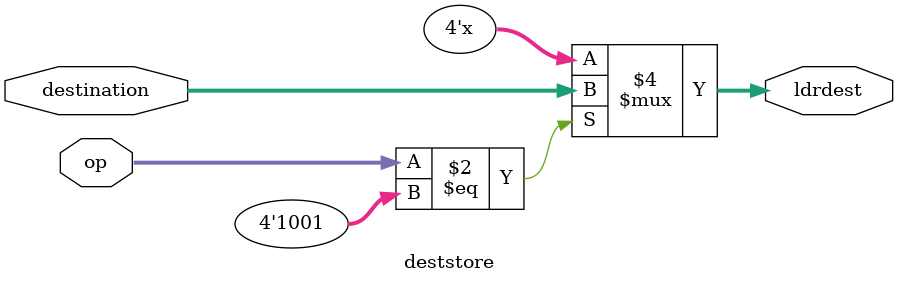
<source format=v>
module deststore (destination, op, ldrdest);
input [3:0] destination;
input [3:0] op;
output reg [3:0] ldrdest;
always @*
begin
if(op == 4'b1001)
	ldrdest = destination;
else
begin
	ldrdest = ldrdest;
end
end
endmodule


</source>
